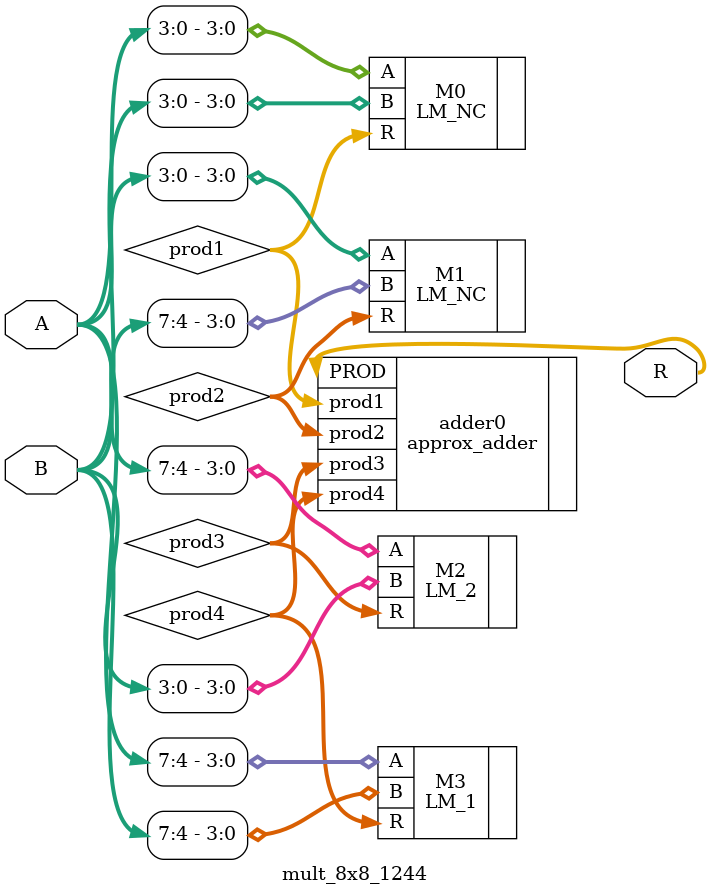
<source format=v>
module mult_8x8_1244(
input [7:0] A,
input [7:0] B,
output [15:0]R
);
wire [7:0]prod1;
wire [7:0]prod2;
wire [7:0]prod3;
wire [7:0]prod4;

LM_NC M0(.A(A[3:0]),.B(B[3:0]),.R(prod1));
LM_NC M1(.A(A[3:0]),.B(B[7:4]),.R(prod2));
LM_2 M2(.A(A[7:4]),.B(B[3:0]),.R(prod3));
LM_1 M3(.A(A[7:4]),.B(B[7:4]),.R(prod4));
approx_adder adder0(.prod1(prod1),.prod2(prod2),.prod3(prod3),.prod4(prod4),.PROD(R));
endmodule

</source>
